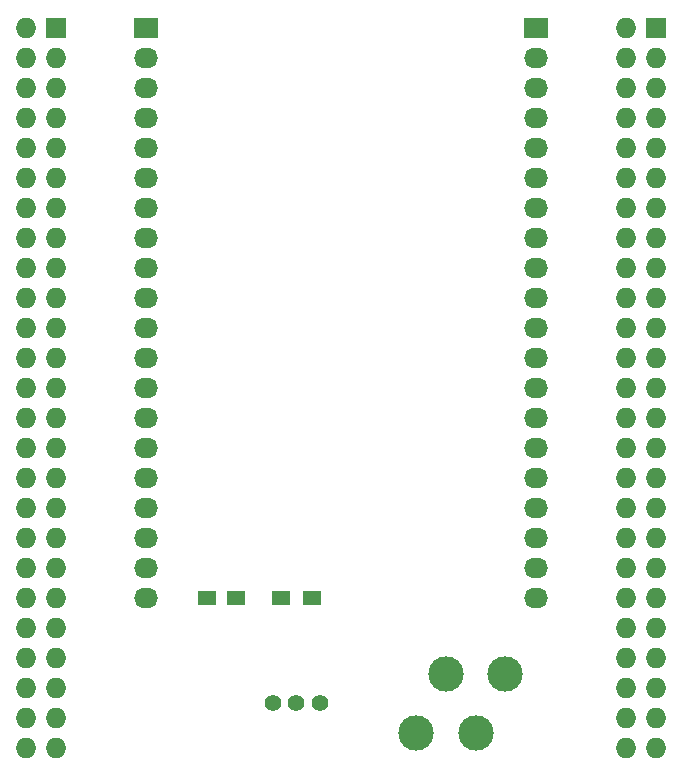
<source format=gts>
G04 #@! TF.FileFunction,Soldermask,Top*
%FSLAX46Y46*%
G04 Gerber Fmt 4.6, Leading zero omitted, Abs format (unit mm)*
G04 Created by KiCad (PCBNEW (2015-01-16 BZR 5376)-product) date 5/29/2015 7:58:35 PM*
%MOMM*%
G01*
G04 APERTURE LIST*
%ADD10C,0.100000*%
%ADD11R,1.500000X1.250000*%
%ADD12R,1.727200X1.727200*%
%ADD13O,1.727200X1.727200*%
%ADD14C,3.000000*%
%ADD15R,2.032000X1.727200*%
%ADD16O,2.032000X1.727200*%
%ADD17C,1.400000*%
%ADD18R,1.500000X1.300000*%
G04 APERTURE END LIST*
D10*
D11*
X73680000Y-85090000D03*
X76180000Y-85090000D03*
D12*
X111760000Y-36830000D03*
D13*
X109220000Y-36830000D03*
X111760000Y-39370000D03*
X109220000Y-39370000D03*
X111760000Y-41910000D03*
X109220000Y-41910000D03*
X111760000Y-44450000D03*
X109220000Y-44450000D03*
X111760000Y-46990000D03*
X109220000Y-46990000D03*
X111760000Y-49530000D03*
X109220000Y-49530000D03*
X111760000Y-52070000D03*
X109220000Y-52070000D03*
X111760000Y-54610000D03*
X109220000Y-54610000D03*
X111760000Y-57150000D03*
X109220000Y-57150000D03*
X111760000Y-59690000D03*
X109220000Y-59690000D03*
X111760000Y-62230000D03*
X109220000Y-62230000D03*
X111760000Y-64770000D03*
X109220000Y-64770000D03*
X111760000Y-67310000D03*
X109220000Y-67310000D03*
X111760000Y-69850000D03*
X109220000Y-69850000D03*
X111760000Y-72390000D03*
X109220000Y-72390000D03*
X111760000Y-74930000D03*
X109220000Y-74930000D03*
X111760000Y-77470000D03*
X109220000Y-77470000D03*
X111760000Y-80010000D03*
X109220000Y-80010000D03*
X111760000Y-82550000D03*
X109220000Y-82550000D03*
X111760000Y-85090000D03*
X109220000Y-85090000D03*
X111760000Y-87630000D03*
X109220000Y-87630000D03*
X111760000Y-90170000D03*
X109220000Y-90170000D03*
X111760000Y-92710000D03*
X109220000Y-92710000D03*
X111760000Y-95250000D03*
X109220000Y-95250000D03*
X111760000Y-97790000D03*
X109220000Y-97790000D03*
D14*
X98939360Y-91518740D03*
X96440000Y-96520000D03*
X91440000Y-96520000D03*
X93939360Y-91518740D03*
D12*
X60960000Y-36830000D03*
D13*
X58420000Y-36830000D03*
X60960000Y-39370000D03*
X58420000Y-39370000D03*
X60960000Y-41910000D03*
X58420000Y-41910000D03*
X60960000Y-44450000D03*
X58420000Y-44450000D03*
X60960000Y-46990000D03*
X58420000Y-46990000D03*
X60960000Y-49530000D03*
X58420000Y-49530000D03*
X60960000Y-52070000D03*
X58420000Y-52070000D03*
X60960000Y-54610000D03*
X58420000Y-54610000D03*
X60960000Y-57150000D03*
X58420000Y-57150000D03*
X60960000Y-59690000D03*
X58420000Y-59690000D03*
X60960000Y-62230000D03*
X58420000Y-62230000D03*
X60960000Y-64770000D03*
X58420000Y-64770000D03*
X60960000Y-67310000D03*
X58420000Y-67310000D03*
X60960000Y-69850000D03*
X58420000Y-69850000D03*
X60960000Y-72390000D03*
X58420000Y-72390000D03*
X60960000Y-74930000D03*
X58420000Y-74930000D03*
X60960000Y-77470000D03*
X58420000Y-77470000D03*
X60960000Y-80010000D03*
X58420000Y-80010000D03*
X60960000Y-82550000D03*
X58420000Y-82550000D03*
X60960000Y-85090000D03*
X58420000Y-85090000D03*
X60960000Y-87630000D03*
X58420000Y-87630000D03*
X60960000Y-90170000D03*
X58420000Y-90170000D03*
X60960000Y-92710000D03*
X58420000Y-92710000D03*
X60960000Y-95250000D03*
X58420000Y-95250000D03*
X60960000Y-97790000D03*
X58420000Y-97790000D03*
D15*
X68580000Y-36830000D03*
D16*
X68580000Y-39370000D03*
X68580000Y-41910000D03*
X68580000Y-44450000D03*
X68580000Y-46990000D03*
X68580000Y-49530000D03*
X68580000Y-52070000D03*
X68580000Y-54610000D03*
X68580000Y-57150000D03*
X68580000Y-59690000D03*
X68580000Y-62230000D03*
X68580000Y-64770000D03*
X68580000Y-67310000D03*
X68580000Y-69850000D03*
X68580000Y-72390000D03*
X68580000Y-74930000D03*
X68580000Y-77470000D03*
X68580000Y-80010000D03*
X68580000Y-82550000D03*
X68580000Y-85090000D03*
D15*
X101600000Y-36830000D03*
D16*
X101600000Y-39370000D03*
X101600000Y-41910000D03*
X101600000Y-44450000D03*
X101600000Y-46990000D03*
X101600000Y-49530000D03*
X101600000Y-52070000D03*
X101600000Y-54610000D03*
X101600000Y-57150000D03*
X101600000Y-59690000D03*
X101600000Y-62230000D03*
X101600000Y-64770000D03*
X101600000Y-67310000D03*
X101600000Y-69850000D03*
X101600000Y-72390000D03*
X101600000Y-74930000D03*
X101600000Y-77470000D03*
X101600000Y-80010000D03*
X101600000Y-82550000D03*
X101600000Y-85090000D03*
D17*
X81280000Y-93980000D03*
X83280000Y-93980000D03*
X79280000Y-93980000D03*
D18*
X82630000Y-85090000D03*
X79930000Y-85090000D03*
M02*

</source>
